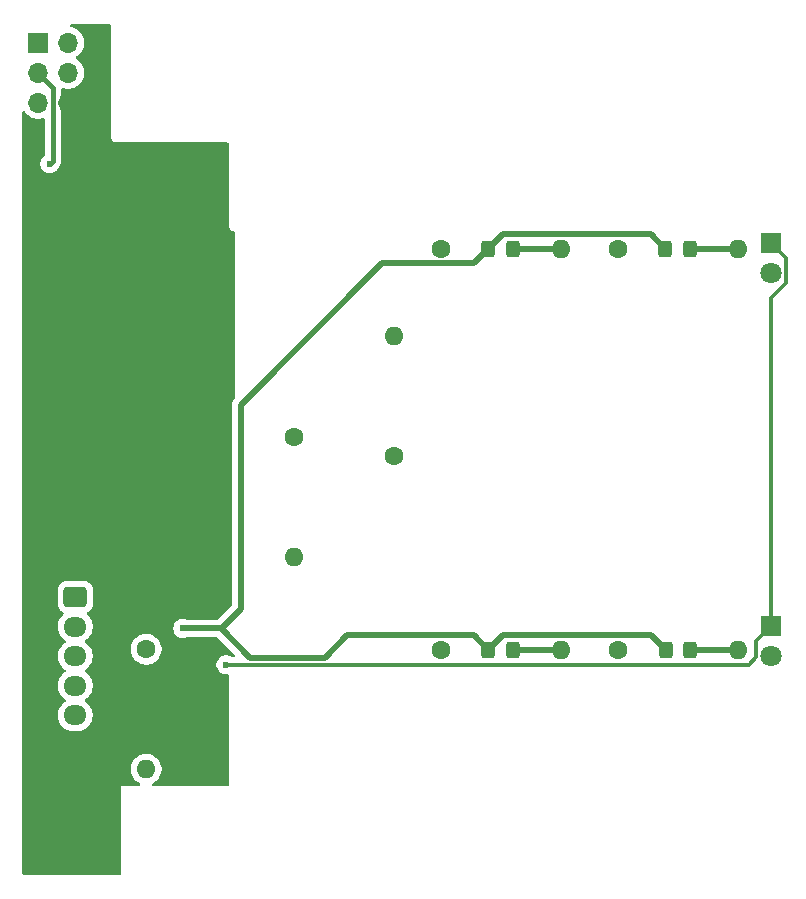
<source format=gbr>
%TF.GenerationSoftware,KiCad,Pcbnew,9.0.0*%
%TF.CreationDate,2025-06-18T11:24:59+09:00*%
%TF.ProjectId,headlight_lower_side,68656164-6c69-4676-9874-5f6c6f776572,00*%
%TF.SameCoordinates,Original*%
%TF.FileFunction,Copper,L2,Bot*%
%TF.FilePolarity,Positive*%
%FSLAX46Y46*%
G04 Gerber Fmt 4.6, Leading zero omitted, Abs format (unit mm)*
G04 Created by KiCad (PCBNEW 9.0.0) date 2025-06-18 11:24:59*
%MOMM*%
%LPD*%
G01*
G04 APERTURE LIST*
G04 Aperture macros list*
%AMRoundRect*
0 Rectangle with rounded corners*
0 $1 Rounding radius*
0 $2 $3 $4 $5 $6 $7 $8 $9 X,Y pos of 4 corners*
0 Add a 4 corners polygon primitive as box body*
4,1,4,$2,$3,$4,$5,$6,$7,$8,$9,$2,$3,0*
0 Add four circle primitives for the rounded corners*
1,1,$1+$1,$2,$3*
1,1,$1+$1,$4,$5*
1,1,$1+$1,$6,$7*
1,1,$1+$1,$8,$9*
0 Add four rect primitives between the rounded corners*
20,1,$1+$1,$2,$3,$4,$5,0*
20,1,$1+$1,$4,$5,$6,$7,0*
20,1,$1+$1,$6,$7,$8,$9,0*
20,1,$1+$1,$8,$9,$2,$3,0*%
G04 Aperture macros list end*
%TA.AperFunction,ComponentPad*%
%ADD10C,1.600000*%
%TD*%
%TA.AperFunction,ComponentPad*%
%ADD11O,1.600000X1.600000*%
%TD*%
%TA.AperFunction,ComponentPad*%
%ADD12RoundRect,0.250000X-0.725000X0.600000X-0.725000X-0.600000X0.725000X-0.600000X0.725000X0.600000X0*%
%TD*%
%TA.AperFunction,ComponentPad*%
%ADD13O,1.950000X1.700000*%
%TD*%
%TA.AperFunction,ComponentPad*%
%ADD14R,1.700000X1.700000*%
%TD*%
%TA.AperFunction,ComponentPad*%
%ADD15O,1.700000X1.700000*%
%TD*%
%TA.AperFunction,SMDPad,CuDef*%
%ADD16RoundRect,0.250000X-0.325000X-0.450000X0.325000X-0.450000X0.325000X0.450000X-0.325000X0.450000X0*%
%TD*%
%TA.AperFunction,ComponentPad*%
%ADD17R,1.800000X1.800000*%
%TD*%
%TA.AperFunction,ComponentPad*%
%ADD18C,1.800000*%
%TD*%
%TA.AperFunction,ViaPad*%
%ADD19C,0.600000*%
%TD*%
%TA.AperFunction,Conductor*%
%ADD20C,0.300000*%
%TD*%
%TA.AperFunction,Conductor*%
%ADD21C,0.400000*%
%TD*%
%TA.AperFunction,Conductor*%
%ADD22C,0.500000*%
%TD*%
G04 APERTURE END LIST*
D10*
%TO.P,R5,1*%
%TO.N,+5.1V*%
X78000000Y-62580000D03*
D11*
%TO.P,R5,2*%
%TO.N,Net-(IR1-A)*%
X78000000Y-52420000D03*
%TD*%
D10*
%TO.P,R2,1*%
%TO.N,+5.1V*%
X96920000Y-79000000D03*
D11*
%TO.P,R2,2*%
%TO.N,Net-(LB2-A)*%
X107080000Y-79000000D03*
%TD*%
D10*
%TO.P,R7,1*%
%TO.N,+5.1V*%
X57000000Y-78920000D03*
D11*
%TO.P,R7,2*%
%TO.N,Net-(PWR1-A)*%
X57000000Y-89080000D03*
%TD*%
D10*
%TO.P,R1,1*%
%TO.N,+5.1V*%
X96920000Y-45000000D03*
D11*
%TO.P,R1,2*%
%TO.N,Net-(LB1-A)*%
X107080000Y-45000000D03*
%TD*%
D10*
%TO.P,R6,1*%
%TO.N,+5.1V*%
X69500000Y-60920000D03*
D11*
%TO.P,R6,2*%
%TO.N,Net-(IR2-A)*%
X69500000Y-71080000D03*
%TD*%
D10*
%TO.P,R4,1*%
%TO.N,+5.1V*%
X81920000Y-79000000D03*
D11*
%TO.P,R4,2*%
%TO.N,Net-(LB4-A)*%
X92080000Y-79000000D03*
%TD*%
D10*
%TO.P,R3,1*%
%TO.N,+5.1V*%
X81920000Y-45000000D03*
D11*
%TO.P,R3,2*%
%TO.N,Net-(LB3-A)*%
X92080000Y-45000000D03*
%TD*%
D12*
%TO.P,J1,1,Pin_1*%
%TO.N,+5.1V*%
X51000000Y-74500000D03*
D13*
%TO.P,J1,2,Pin_2*%
%TO.N,LB*%
X51000000Y-77000000D03*
%TO.P,J1,3,Pin_3*%
%TO.N,IR*%
X51000000Y-79500000D03*
%TO.P,J1,4,Pin_4*%
%TO.N,HB_A*%
X51000000Y-82000000D03*
%TO.P,J1,5,Pin_5*%
%TO.N,HB_K*%
X51000000Y-84500000D03*
%TO.P,J1,6,Pin_6*%
%TO.N,GND*%
X51000000Y-87000000D03*
%TD*%
D14*
%TO.P,J2,1,Pin_1*%
%TO.N,+5.1V*%
X47850000Y-27575000D03*
D15*
%TO.P,J2,2,Pin_2*%
%TO.N,LB*%
X50390000Y-27575000D03*
%TO.P,J2,3,Pin_3*%
%TO.N,IR*%
X47850000Y-30115000D03*
%TO.P,J2,4,Pin_4*%
%TO.N,HB_A*%
X50390000Y-30115000D03*
%TO.P,J2,5,Pin_5*%
%TO.N,HB_K*%
X47850000Y-32655000D03*
%TO.P,J2,6,Pin_6*%
%TO.N,GND*%
X50390000Y-32655000D03*
%TD*%
D16*
%TO.P,LB2,1,K*%
%TO.N,LB*%
X100975000Y-79000000D03*
%TO.P,LB2,2,A*%
%TO.N,Net-(LB2-A)*%
X103025000Y-79000000D03*
%TD*%
D17*
%TO.P,IR2,1,K*%
%TO.N,IR*%
X109895000Y-76960000D03*
D18*
%TO.P,IR2,2,A*%
%TO.N,Net-(IR2-A)*%
X109895000Y-79500000D03*
%TD*%
D16*
%TO.P,LB4,1,K*%
%TO.N,LB*%
X85975000Y-79000000D03*
%TO.P,LB4,2,A*%
%TO.N,Net-(LB4-A)*%
X88025000Y-79000000D03*
%TD*%
D17*
%TO.P,IR1,1,K*%
%TO.N,IR*%
X109895000Y-44500000D03*
D18*
%TO.P,IR1,2,A*%
%TO.N,Net-(IR1-A)*%
X109895000Y-47040000D03*
%TD*%
D16*
%TO.P,LB3,1,K*%
%TO.N,LB*%
X85975000Y-45000000D03*
%TO.P,LB3,2,A*%
%TO.N,Net-(LB3-A)*%
X88025000Y-45000000D03*
%TD*%
%TO.P,LB1,1,K*%
%TO.N,LB*%
X100962500Y-45000000D03*
%TO.P,LB1,2,A*%
%TO.N,Net-(LB1-A)*%
X103012500Y-45000000D03*
%TD*%
D19*
%TO.N,IR*%
X63750000Y-80218963D03*
X48826330Y-37826330D03*
%TO.N,LB*%
X60094669Y-77155331D03*
%TO.N,GND*%
X47250000Y-82750000D03*
X54250000Y-81250000D03*
X47250000Y-97250000D03*
X54250000Y-97000000D03*
X54250000Y-90500000D03*
X63500000Y-89750000D03*
X47250000Y-90250000D03*
X63250000Y-81500000D03*
%TD*%
D20*
%TO.N,IR*%
X63750000Y-80218963D02*
X63781037Y-80250000D01*
X111146000Y-47933347D02*
X111146000Y-45751000D01*
X109895000Y-76960000D02*
X109895000Y-49184347D01*
X111146000Y-45751000D02*
X109895000Y-44500000D01*
X108644000Y-78211000D02*
X109895000Y-76960000D01*
X63781037Y-80250000D02*
X108000000Y-80250000D01*
D21*
X49101000Y-31366000D02*
X47850000Y-30115000D01*
D20*
X108644000Y-79606000D02*
X108644000Y-78211000D01*
X109895000Y-49184347D02*
X111146000Y-47933347D01*
X108000000Y-80250000D02*
X108644000Y-79606000D01*
D21*
X48826330Y-37826330D02*
X49101000Y-37551660D01*
X49101000Y-37551660D02*
X49101000Y-31366000D01*
D22*
%TO.N,LB*%
X60094669Y-77155331D02*
X63344669Y-77155331D01*
X99724000Y-77749000D02*
X87226000Y-77749000D01*
X63344669Y-77155331D02*
X63500000Y-77000000D01*
X65807301Y-79617963D02*
X63344669Y-77155331D01*
X84724000Y-46251000D02*
X79999000Y-46251000D01*
X72132037Y-79617963D02*
X65807301Y-79617963D01*
X85975000Y-79000000D02*
X84725000Y-77750000D01*
X76999000Y-46251000D02*
X65000000Y-58250000D01*
X74000000Y-77750000D02*
X72132037Y-79617963D01*
X79999000Y-46251000D02*
X76999000Y-46251000D01*
X87226000Y-77749000D02*
X85975000Y-79000000D01*
X65000000Y-58250000D02*
X65000000Y-75500000D01*
X100975000Y-79000000D02*
X99724000Y-77749000D01*
X99712500Y-43750000D02*
X87225000Y-43750000D01*
X65000000Y-75500000D02*
X63500000Y-77000000D01*
X85975000Y-45000000D02*
X84724000Y-46251000D01*
X100962500Y-45000000D02*
X99712500Y-43750000D01*
X87225000Y-43750000D02*
X85975000Y-45000000D01*
X84725000Y-77750000D02*
X74000000Y-77750000D01*
%TO.N,Net-(LB1-A)*%
X107080000Y-45000000D02*
X103012500Y-45000000D01*
%TO.N,Net-(LB2-A)*%
X107080000Y-79000000D02*
X103025000Y-79000000D01*
%TO.N,Net-(LB3-A)*%
X92080000Y-45000000D02*
X88025000Y-45000000D01*
%TO.N,Net-(LB4-A)*%
X92080000Y-79000000D02*
X88025000Y-79000000D01*
%TD*%
%TA.AperFunction,Conductor*%
%TO.N,GND*%
G36*
X53942539Y-26020185D02*
G01*
X53988294Y-26072989D01*
X53999500Y-26124500D01*
X53999500Y-35565891D01*
X54033608Y-35693187D01*
X54066554Y-35750250D01*
X54099500Y-35807314D01*
X54192686Y-35900500D01*
X54306814Y-35966392D01*
X54434108Y-36000500D01*
X63875500Y-36000500D01*
X63942539Y-36020185D01*
X63988294Y-36072989D01*
X63999500Y-36124500D01*
X63999500Y-43065891D01*
X64033608Y-43193187D01*
X64066554Y-43250250D01*
X64099500Y-43307314D01*
X64192686Y-43400500D01*
X64306814Y-43466392D01*
X64408095Y-43493529D01*
X64467753Y-43529892D01*
X64498283Y-43592739D01*
X64500000Y-43613303D01*
X64500000Y-57637269D01*
X64480315Y-57704308D01*
X64463681Y-57724950D01*
X64417050Y-57771580D01*
X64417044Y-57771588D01*
X64367812Y-57845268D01*
X64367813Y-57845269D01*
X64334921Y-57894496D01*
X64334914Y-57894508D01*
X64278342Y-58031086D01*
X64278340Y-58031092D01*
X64249500Y-58176079D01*
X64249500Y-75137770D01*
X64229815Y-75204809D01*
X64213181Y-75225451D01*
X63070120Y-76368512D01*
X63008797Y-76401997D01*
X62982439Y-76404831D01*
X60399273Y-76404831D01*
X60351824Y-76395393D01*
X60328166Y-76385594D01*
X60328162Y-76385593D01*
X60328157Y-76385591D01*
X60173514Y-76354831D01*
X60173511Y-76354831D01*
X60015827Y-76354831D01*
X60015824Y-76354831D01*
X59861179Y-76385592D01*
X59861167Y-76385595D01*
X59715496Y-76445933D01*
X59715483Y-76445940D01*
X59584380Y-76533541D01*
X59584376Y-76533544D01*
X59472882Y-76645038D01*
X59472879Y-76645042D01*
X59385278Y-76776145D01*
X59385271Y-76776158D01*
X59324933Y-76921829D01*
X59324930Y-76921841D01*
X59294169Y-77076484D01*
X59294169Y-77234177D01*
X59324930Y-77388820D01*
X59324933Y-77388832D01*
X59385271Y-77534503D01*
X59385278Y-77534516D01*
X59472879Y-77665619D01*
X59472882Y-77665623D01*
X59584376Y-77777117D01*
X59584380Y-77777120D01*
X59715483Y-77864721D01*
X59715496Y-77864728D01*
X59814729Y-77905831D01*
X59861172Y-77925068D01*
X60015822Y-77955830D01*
X60015825Y-77955831D01*
X60015827Y-77955831D01*
X60173513Y-77955831D01*
X60173514Y-77955830D01*
X60249821Y-77940651D01*
X60328157Y-77925070D01*
X60328158Y-77925069D01*
X60328166Y-77925068D01*
X60351824Y-77915268D01*
X60399273Y-77905831D01*
X62982439Y-77905831D01*
X63049478Y-77925516D01*
X63070120Y-77942150D01*
X64463681Y-79335710D01*
X64478384Y-79362637D01*
X64494977Y-79388456D01*
X64495868Y-79394656D01*
X64497166Y-79397033D01*
X64500000Y-79423391D01*
X64500000Y-79475500D01*
X64480315Y-79542539D01*
X64427511Y-79588294D01*
X64376000Y-79599500D01*
X64301386Y-79599500D01*
X64234347Y-79579815D01*
X64232495Y-79578602D01*
X64129185Y-79509572D01*
X64129172Y-79509565D01*
X63983501Y-79449227D01*
X63983489Y-79449224D01*
X63828845Y-79418463D01*
X63828842Y-79418463D01*
X63671158Y-79418463D01*
X63671155Y-79418463D01*
X63516510Y-79449224D01*
X63516498Y-79449227D01*
X63370827Y-79509565D01*
X63370814Y-79509572D01*
X63239711Y-79597173D01*
X63239707Y-79597176D01*
X63128213Y-79708670D01*
X63128210Y-79708674D01*
X63040609Y-79839777D01*
X63040602Y-79839790D01*
X62980264Y-79985461D01*
X62980261Y-79985473D01*
X62949500Y-80140116D01*
X62949500Y-80297809D01*
X62980261Y-80452452D01*
X62980264Y-80452464D01*
X63040602Y-80598135D01*
X63040609Y-80598148D01*
X63128210Y-80729251D01*
X63128213Y-80729255D01*
X63239707Y-80840749D01*
X63239711Y-80840752D01*
X63370814Y-80928353D01*
X63370827Y-80928360D01*
X63500499Y-80982071D01*
X63516503Y-80988700D01*
X63648691Y-81014994D01*
X63671153Y-81019462D01*
X63671156Y-81019463D01*
X63671158Y-81019463D01*
X63828842Y-81019463D01*
X63851308Y-81014994D01*
X63920898Y-81021220D01*
X63976076Y-81064082D01*
X63999322Y-81129971D01*
X63999500Y-81136611D01*
X63999500Y-90376000D01*
X63979815Y-90443039D01*
X63927011Y-90488794D01*
X63875500Y-90500000D01*
X57594187Y-90500000D01*
X57527148Y-90480315D01*
X57481393Y-90427511D01*
X57471449Y-90358353D01*
X57500474Y-90294797D01*
X57537892Y-90265515D01*
X57681610Y-90192287D01*
X57702770Y-90176913D01*
X57847213Y-90071971D01*
X57847215Y-90071968D01*
X57847219Y-90071966D01*
X57991966Y-89927219D01*
X57991968Y-89927215D01*
X57991971Y-89927213D01*
X58044732Y-89854590D01*
X58112287Y-89761610D01*
X58205220Y-89579219D01*
X58268477Y-89384534D01*
X58300500Y-89182352D01*
X58300500Y-88977648D01*
X58268477Y-88775466D01*
X58205220Y-88580781D01*
X58205218Y-88580778D01*
X58205218Y-88580776D01*
X58171503Y-88514607D01*
X58112287Y-88398390D01*
X58104556Y-88387749D01*
X57991971Y-88232786D01*
X57847213Y-88088028D01*
X57681613Y-87967715D01*
X57681612Y-87967714D01*
X57681610Y-87967713D01*
X57624653Y-87938691D01*
X57499223Y-87874781D01*
X57304534Y-87811522D01*
X57129995Y-87783878D01*
X57102352Y-87779500D01*
X56897648Y-87779500D01*
X56873329Y-87783351D01*
X56695465Y-87811522D01*
X56500776Y-87874781D01*
X56318386Y-87967715D01*
X56152786Y-88088028D01*
X56008028Y-88232786D01*
X55887715Y-88398386D01*
X55794781Y-88580776D01*
X55731522Y-88775465D01*
X55699500Y-88977648D01*
X55699500Y-89182351D01*
X55731522Y-89384534D01*
X55794781Y-89579223D01*
X55887715Y-89761613D01*
X56008028Y-89927213D01*
X56152786Y-90071971D01*
X56318385Y-90192284D01*
X56318387Y-90192285D01*
X56318390Y-90192287D01*
X56462108Y-90265515D01*
X56512904Y-90313490D01*
X56529699Y-90381311D01*
X56507162Y-90447446D01*
X56452446Y-90490897D01*
X56405813Y-90500000D01*
X54900000Y-90500000D01*
X54900000Y-97875501D01*
X54880315Y-97942540D01*
X54827511Y-97988295D01*
X54776000Y-97999501D01*
X46624000Y-97999501D01*
X46556961Y-97979816D01*
X46511206Y-97927012D01*
X46500000Y-97875501D01*
X46500000Y-73849983D01*
X49524500Y-73849983D01*
X49524500Y-75150001D01*
X49524501Y-75150018D01*
X49535000Y-75252796D01*
X49535001Y-75252799D01*
X49590185Y-75419331D01*
X49590187Y-75419336D01*
X49682289Y-75568657D01*
X49806344Y-75692712D01*
X49961120Y-75788178D01*
X50007845Y-75840126D01*
X50019068Y-75909088D01*
X49991224Y-75973171D01*
X49983706Y-75981398D01*
X49844889Y-76120215D01*
X49719951Y-76292179D01*
X49623444Y-76481585D01*
X49557753Y-76683760D01*
X49543121Y-76776145D01*
X49524500Y-76893713D01*
X49524500Y-77106287D01*
X49557754Y-77316243D01*
X49581338Y-77388828D01*
X49623444Y-77518414D01*
X49719951Y-77707820D01*
X49844890Y-77879786D01*
X49995209Y-78030105D01*
X49995214Y-78030109D01*
X50159793Y-78149682D01*
X50202459Y-78205011D01*
X50208438Y-78274625D01*
X50175833Y-78336420D01*
X50159793Y-78350318D01*
X49995214Y-78469890D01*
X49995209Y-78469894D01*
X49844890Y-78620213D01*
X49719951Y-78792179D01*
X49623444Y-78981585D01*
X49557753Y-79183760D01*
X49545287Y-79262469D01*
X49524500Y-79393713D01*
X49524500Y-79606287D01*
X49557754Y-79816243D01*
X49612740Y-79985473D01*
X49623444Y-80018414D01*
X49719951Y-80207820D01*
X49844890Y-80379786D01*
X49995209Y-80530105D01*
X49995214Y-80530109D01*
X50159793Y-80649682D01*
X50202459Y-80705011D01*
X50208438Y-80774625D01*
X50175833Y-80836420D01*
X50159793Y-80850318D01*
X49995214Y-80969890D01*
X49995209Y-80969894D01*
X49844890Y-81120213D01*
X49719951Y-81292179D01*
X49623444Y-81481585D01*
X49557753Y-81683760D01*
X49524500Y-81893713D01*
X49524500Y-82106286D01*
X49557753Y-82316239D01*
X49623444Y-82518414D01*
X49719951Y-82707820D01*
X49844890Y-82879786D01*
X49995209Y-83030105D01*
X49995214Y-83030109D01*
X50159793Y-83149682D01*
X50202459Y-83205011D01*
X50208438Y-83274625D01*
X50175833Y-83336420D01*
X50159793Y-83350318D01*
X49995214Y-83469890D01*
X49995209Y-83469894D01*
X49844890Y-83620213D01*
X49719951Y-83792179D01*
X49623444Y-83981585D01*
X49557753Y-84183760D01*
X49524500Y-84393713D01*
X49524500Y-84606286D01*
X49557753Y-84816239D01*
X49623444Y-85018414D01*
X49719951Y-85207820D01*
X49844890Y-85379786D01*
X49995213Y-85530109D01*
X50167179Y-85655048D01*
X50167181Y-85655049D01*
X50167184Y-85655051D01*
X50356588Y-85751557D01*
X50558757Y-85817246D01*
X50768713Y-85850500D01*
X50768714Y-85850500D01*
X51231286Y-85850500D01*
X51231287Y-85850500D01*
X51441243Y-85817246D01*
X51643412Y-85751557D01*
X51832816Y-85655051D01*
X51854789Y-85639086D01*
X52004786Y-85530109D01*
X52004788Y-85530106D01*
X52004792Y-85530104D01*
X52155104Y-85379792D01*
X52155106Y-85379788D01*
X52155109Y-85379786D01*
X52280048Y-85207820D01*
X52280047Y-85207820D01*
X52280051Y-85207816D01*
X52376557Y-85018412D01*
X52442246Y-84816243D01*
X52475500Y-84606287D01*
X52475500Y-84393713D01*
X52442246Y-84183757D01*
X52376557Y-83981588D01*
X52280051Y-83792184D01*
X52280049Y-83792181D01*
X52280048Y-83792179D01*
X52155109Y-83620213D01*
X52004792Y-83469896D01*
X52004784Y-83469890D01*
X51840204Y-83350316D01*
X51797540Y-83294989D01*
X51791561Y-83225376D01*
X51824166Y-83163580D01*
X51840199Y-83149686D01*
X52004792Y-83030104D01*
X52155104Y-82879792D01*
X52155106Y-82879788D01*
X52155109Y-82879786D01*
X52280048Y-82707820D01*
X52280047Y-82707820D01*
X52280051Y-82707816D01*
X52376557Y-82518412D01*
X52442246Y-82316243D01*
X52475500Y-82106287D01*
X52475500Y-81893713D01*
X52442246Y-81683757D01*
X52376557Y-81481588D01*
X52280051Y-81292184D01*
X52280049Y-81292181D01*
X52280048Y-81292179D01*
X52155109Y-81120213D01*
X52004792Y-80969896D01*
X52004784Y-80969890D01*
X51840204Y-80850316D01*
X51797540Y-80794989D01*
X51791561Y-80725376D01*
X51824166Y-80663580D01*
X51840199Y-80649686D01*
X52004792Y-80530104D01*
X52155104Y-80379792D01*
X52155106Y-80379788D01*
X52155109Y-80379786D01*
X52280048Y-80207820D01*
X52280047Y-80207820D01*
X52280051Y-80207816D01*
X52376557Y-80018412D01*
X52442246Y-79816243D01*
X52475500Y-79606287D01*
X52475500Y-79393713D01*
X52442246Y-79183757D01*
X52376557Y-78981588D01*
X52293026Y-78817648D01*
X55699500Y-78817648D01*
X55699500Y-79022351D01*
X55731522Y-79224534D01*
X55794781Y-79419223D01*
X55840817Y-79509572D01*
X55885452Y-79597173D01*
X55887715Y-79601613D01*
X56008028Y-79767213D01*
X56152786Y-79911971D01*
X56299295Y-80018414D01*
X56318390Y-80032287D01*
X56434607Y-80091503D01*
X56500776Y-80125218D01*
X56500778Y-80125218D01*
X56500781Y-80125220D01*
X56546642Y-80140121D01*
X56695465Y-80188477D01*
X56796557Y-80204488D01*
X56897648Y-80220500D01*
X56897649Y-80220500D01*
X57102351Y-80220500D01*
X57102352Y-80220500D01*
X57304534Y-80188477D01*
X57499219Y-80125220D01*
X57681610Y-80032287D01*
X57774590Y-79964732D01*
X57847213Y-79911971D01*
X57847215Y-79911968D01*
X57847219Y-79911966D01*
X57991966Y-79767219D01*
X57991968Y-79767215D01*
X57991971Y-79767213D01*
X58095657Y-79624499D01*
X58112287Y-79601610D01*
X58205220Y-79419219D01*
X58268477Y-79224534D01*
X58300500Y-79022352D01*
X58300500Y-78817648D01*
X58268477Y-78615466D01*
X58205220Y-78420781D01*
X58205218Y-78420778D01*
X58205218Y-78420776D01*
X58162236Y-78336420D01*
X58112287Y-78238390D01*
X58057935Y-78163580D01*
X57991971Y-78072786D01*
X57847213Y-77928028D01*
X57681613Y-77807715D01*
X57681612Y-77807714D01*
X57681610Y-77807713D01*
X57621562Y-77777117D01*
X57499223Y-77714781D01*
X57304534Y-77651522D01*
X57129995Y-77623878D01*
X57102352Y-77619500D01*
X56897648Y-77619500D01*
X56873329Y-77623351D01*
X56695465Y-77651522D01*
X56500776Y-77714781D01*
X56318386Y-77807715D01*
X56152786Y-77928028D01*
X56008028Y-78072786D01*
X55887715Y-78238386D01*
X55794781Y-78420776D01*
X55731522Y-78615465D01*
X55699500Y-78817648D01*
X52293026Y-78817648D01*
X52280051Y-78792184D01*
X52272023Y-78781134D01*
X52155109Y-78620213D01*
X52004792Y-78469896D01*
X52004784Y-78469890D01*
X51840204Y-78350316D01*
X51797540Y-78294989D01*
X51791561Y-78225376D01*
X51824166Y-78163580D01*
X51840199Y-78149686D01*
X52004792Y-78030104D01*
X52155104Y-77879792D01*
X52155106Y-77879788D01*
X52155109Y-77879786D01*
X52280048Y-77707820D01*
X52280047Y-77707820D01*
X52280051Y-77707816D01*
X52376557Y-77518412D01*
X52442246Y-77316243D01*
X52475500Y-77106287D01*
X52475500Y-76893713D01*
X52442246Y-76683757D01*
X52376557Y-76481588D01*
X52280051Y-76292184D01*
X52280049Y-76292181D01*
X52280048Y-76292179D01*
X52155109Y-76120213D01*
X52016294Y-75981398D01*
X51982809Y-75920075D01*
X51987793Y-75850383D01*
X52029665Y-75794450D01*
X52038879Y-75788178D01*
X52044331Y-75784814D01*
X52044334Y-75784814D01*
X52193656Y-75692712D01*
X52317712Y-75568656D01*
X52409814Y-75419334D01*
X52464999Y-75252797D01*
X52475500Y-75150009D01*
X52475499Y-73849992D01*
X52464999Y-73747203D01*
X52409814Y-73580666D01*
X52317712Y-73431344D01*
X52193656Y-73307288D01*
X52044334Y-73215186D01*
X51877797Y-73160001D01*
X51877795Y-73160000D01*
X51775010Y-73149500D01*
X50224998Y-73149500D01*
X50224981Y-73149501D01*
X50122203Y-73160000D01*
X50122200Y-73160001D01*
X49955668Y-73215185D01*
X49955663Y-73215187D01*
X49806342Y-73307289D01*
X49682289Y-73431342D01*
X49590187Y-73580663D01*
X49590186Y-73580666D01*
X49535001Y-73747203D01*
X49535001Y-73747204D01*
X49535000Y-73747204D01*
X49524500Y-73849983D01*
X46500000Y-73849983D01*
X46500000Y-33476125D01*
X46519685Y-33409086D01*
X46572489Y-33363331D01*
X46641647Y-33353387D01*
X46705203Y-33382412D01*
X46724319Y-33403240D01*
X46819896Y-33534792D01*
X46970213Y-33685109D01*
X47142179Y-33810048D01*
X47142181Y-33810049D01*
X47142184Y-33810051D01*
X47331588Y-33906557D01*
X47533757Y-33972246D01*
X47743713Y-34005500D01*
X47743714Y-34005500D01*
X47956286Y-34005500D01*
X47956287Y-34005500D01*
X48166243Y-33972246D01*
X48238183Y-33948870D01*
X48308023Y-33946876D01*
X48367856Y-33982956D01*
X48398684Y-34045657D01*
X48400500Y-34066802D01*
X48400500Y-37081827D01*
X48380815Y-37148866D01*
X48345392Y-37184928D01*
X48316043Y-37204538D01*
X48316037Y-37204543D01*
X48204543Y-37316037D01*
X48204540Y-37316041D01*
X48116939Y-37447144D01*
X48116932Y-37447157D01*
X48056594Y-37592828D01*
X48056591Y-37592840D01*
X48025830Y-37747483D01*
X48025830Y-37905176D01*
X48056591Y-38059819D01*
X48056594Y-38059831D01*
X48116932Y-38205502D01*
X48116939Y-38205515D01*
X48204540Y-38336618D01*
X48204543Y-38336622D01*
X48316037Y-38448116D01*
X48316041Y-38448119D01*
X48447144Y-38535720D01*
X48447157Y-38535727D01*
X48592828Y-38596065D01*
X48592833Y-38596067D01*
X48747483Y-38626829D01*
X48747486Y-38626830D01*
X48747488Y-38626830D01*
X48905174Y-38626830D01*
X48905175Y-38626829D01*
X49059827Y-38596067D01*
X49205509Y-38535724D01*
X49336619Y-38448119D01*
X49448119Y-38336619D01*
X49535724Y-38205509D01*
X49595522Y-38061143D01*
X49622399Y-38020916D01*
X49645114Y-37998203D01*
X49721775Y-37883471D01*
X49774580Y-37755988D01*
X49801500Y-37620654D01*
X49801500Y-37482666D01*
X49801500Y-31514455D01*
X49821185Y-31447416D01*
X49873989Y-31401661D01*
X49943147Y-31391717D01*
X49963812Y-31396522D01*
X50073757Y-31432246D01*
X50283713Y-31465500D01*
X50283714Y-31465500D01*
X50496286Y-31465500D01*
X50496287Y-31465500D01*
X50706243Y-31432246D01*
X50908412Y-31366557D01*
X51097816Y-31270051D01*
X51119789Y-31254086D01*
X51269786Y-31145109D01*
X51269788Y-31145106D01*
X51269792Y-31145104D01*
X51420104Y-30994792D01*
X51420106Y-30994788D01*
X51420109Y-30994786D01*
X51545048Y-30822820D01*
X51545047Y-30822820D01*
X51545051Y-30822816D01*
X51641557Y-30633412D01*
X51707246Y-30431243D01*
X51740500Y-30221287D01*
X51740500Y-30008713D01*
X51707246Y-29798757D01*
X51641557Y-29596588D01*
X51545051Y-29407184D01*
X51545049Y-29407181D01*
X51545048Y-29407179D01*
X51420109Y-29235213D01*
X51269786Y-29084890D01*
X51097820Y-28959951D01*
X51097115Y-28959591D01*
X51089054Y-28955485D01*
X51038259Y-28907512D01*
X51021463Y-28839692D01*
X51043999Y-28773556D01*
X51089054Y-28734515D01*
X51097816Y-28730051D01*
X51184138Y-28667335D01*
X51269786Y-28605109D01*
X51269788Y-28605106D01*
X51269792Y-28605104D01*
X51420104Y-28454792D01*
X51420106Y-28454788D01*
X51420109Y-28454786D01*
X51545048Y-28282820D01*
X51545047Y-28282820D01*
X51545051Y-28282816D01*
X51641557Y-28093412D01*
X51707246Y-27891243D01*
X51740500Y-27681287D01*
X51740500Y-27468713D01*
X51707246Y-27258757D01*
X51641557Y-27056588D01*
X51545051Y-26867184D01*
X51545049Y-26867181D01*
X51545048Y-26867179D01*
X51420109Y-26695213D01*
X51269786Y-26544890D01*
X51097820Y-26419951D01*
X50908414Y-26323444D01*
X50908413Y-26323443D01*
X50908412Y-26323443D01*
X50706243Y-26257754D01*
X50706241Y-26257753D01*
X50706240Y-26257753D01*
X50638175Y-26246973D01*
X50575040Y-26217044D01*
X50538109Y-26157732D01*
X50539107Y-26087870D01*
X50577717Y-26029637D01*
X50641680Y-26001523D01*
X50657573Y-26000500D01*
X53875500Y-26000500D01*
X53942539Y-26020185D01*
G37*
%TD.AperFunction*%
%TD*%
M02*

</source>
